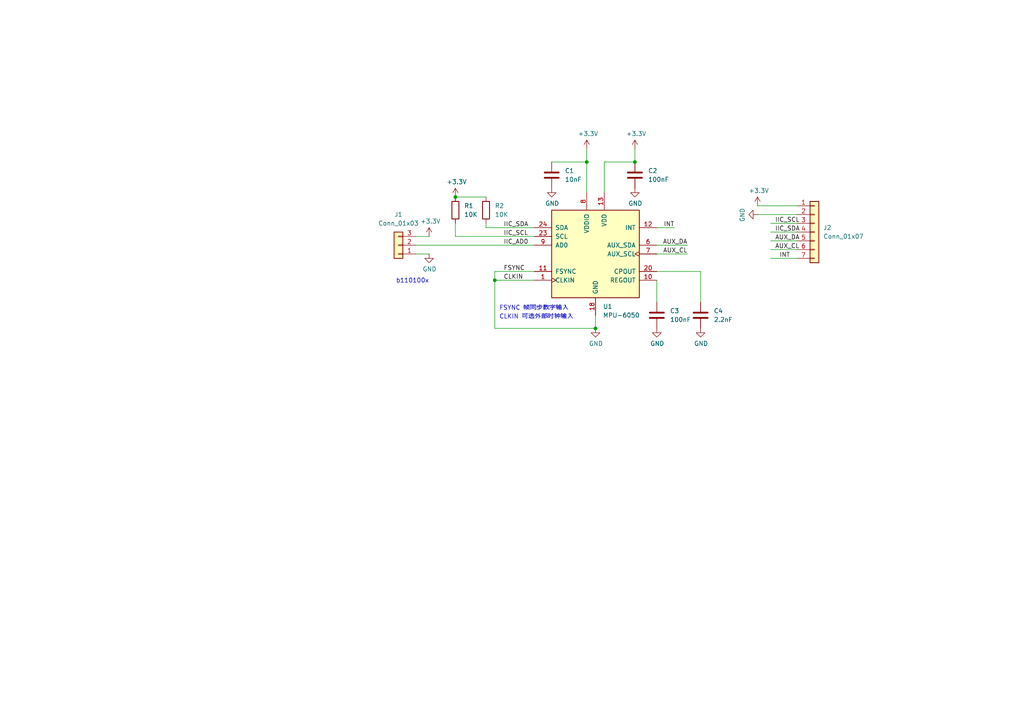
<source format=kicad_sch>
(kicad_sch
	(version 20250114)
	(generator "eeschema")
	(generator_version "9.0")
	(uuid "2df63883-4c1b-42e6-b3e7-ae745b4f00b6")
	(paper "A4")
	(lib_symbols
		(symbol "Connector_Generic:Conn_01x03"
			(pin_names
				(offset 1.016)
				(hide yes)
			)
			(exclude_from_sim no)
			(in_bom yes)
			(on_board yes)
			(property "Reference" "J"
				(at 0 5.08 0)
				(effects
					(font
						(size 1.27 1.27)
					)
				)
			)
			(property "Value" "Conn_01x03"
				(at 0 -5.08 0)
				(effects
					(font
						(size 1.27 1.27)
					)
				)
			)
			(property "Footprint" ""
				(at 0 0 0)
				(effects
					(font
						(size 1.27 1.27)
					)
					(hide yes)
				)
			)
			(property "Datasheet" "~"
				(at 0 0 0)
				(effects
					(font
						(size 1.27 1.27)
					)
					(hide yes)
				)
			)
			(property "Description" "Generic connector, single row, 01x03, script generated (kicad-library-utils/schlib/autogen/connector/)"
				(at 0 0 0)
				(effects
					(font
						(size 1.27 1.27)
					)
					(hide yes)
				)
			)
			(property "ki_keywords" "connector"
				(at 0 0 0)
				(effects
					(font
						(size 1.27 1.27)
					)
					(hide yes)
				)
			)
			(property "ki_fp_filters" "Connector*:*_1x??_*"
				(at 0 0 0)
				(effects
					(font
						(size 1.27 1.27)
					)
					(hide yes)
				)
			)
			(symbol "Conn_01x03_1_1"
				(rectangle
					(start -1.27 3.81)
					(end 1.27 -3.81)
					(stroke
						(width 0.254)
						(type default)
					)
					(fill
						(type background)
					)
				)
				(rectangle
					(start -1.27 2.667)
					(end 0 2.413)
					(stroke
						(width 0.1524)
						(type default)
					)
					(fill
						(type none)
					)
				)
				(rectangle
					(start -1.27 0.127)
					(end 0 -0.127)
					(stroke
						(width 0.1524)
						(type default)
					)
					(fill
						(type none)
					)
				)
				(rectangle
					(start -1.27 -2.413)
					(end 0 -2.667)
					(stroke
						(width 0.1524)
						(type default)
					)
					(fill
						(type none)
					)
				)
				(pin passive line
					(at -5.08 2.54 0)
					(length 3.81)
					(name "Pin_1"
						(effects
							(font
								(size 1.27 1.27)
							)
						)
					)
					(number "1"
						(effects
							(font
								(size 1.27 1.27)
							)
						)
					)
				)
				(pin passive line
					(at -5.08 0 0)
					(length 3.81)
					(name "Pin_2"
						(effects
							(font
								(size 1.27 1.27)
							)
						)
					)
					(number "2"
						(effects
							(font
								(size 1.27 1.27)
							)
						)
					)
				)
				(pin passive line
					(at -5.08 -2.54 0)
					(length 3.81)
					(name "Pin_3"
						(effects
							(font
								(size 1.27 1.27)
							)
						)
					)
					(number "3"
						(effects
							(font
								(size 1.27 1.27)
							)
						)
					)
				)
			)
			(embedded_fonts no)
		)
		(symbol "Connector_Generic:Conn_01x07"
			(pin_names
				(offset 1.016)
				(hide yes)
			)
			(exclude_from_sim no)
			(in_bom yes)
			(on_board yes)
			(property "Reference" "J"
				(at 0 10.16 0)
				(effects
					(font
						(size 1.27 1.27)
					)
				)
			)
			(property "Value" "Conn_01x07"
				(at 0 -10.16 0)
				(effects
					(font
						(size 1.27 1.27)
					)
				)
			)
			(property "Footprint" ""
				(at 0 0 0)
				(effects
					(font
						(size 1.27 1.27)
					)
					(hide yes)
				)
			)
			(property "Datasheet" "~"
				(at 0 0 0)
				(effects
					(font
						(size 1.27 1.27)
					)
					(hide yes)
				)
			)
			(property "Description" "Generic connector, single row, 01x07, script generated (kicad-library-utils/schlib/autogen/connector/)"
				(at 0 0 0)
				(effects
					(font
						(size 1.27 1.27)
					)
					(hide yes)
				)
			)
			(property "ki_keywords" "connector"
				(at 0 0 0)
				(effects
					(font
						(size 1.27 1.27)
					)
					(hide yes)
				)
			)
			(property "ki_fp_filters" "Connector*:*_1x??_*"
				(at 0 0 0)
				(effects
					(font
						(size 1.27 1.27)
					)
					(hide yes)
				)
			)
			(symbol "Conn_01x07_1_1"
				(rectangle
					(start -1.27 8.89)
					(end 1.27 -8.89)
					(stroke
						(width 0.254)
						(type default)
					)
					(fill
						(type background)
					)
				)
				(rectangle
					(start -1.27 7.747)
					(end 0 7.493)
					(stroke
						(width 0.1524)
						(type default)
					)
					(fill
						(type none)
					)
				)
				(rectangle
					(start -1.27 5.207)
					(end 0 4.953)
					(stroke
						(width 0.1524)
						(type default)
					)
					(fill
						(type none)
					)
				)
				(rectangle
					(start -1.27 2.667)
					(end 0 2.413)
					(stroke
						(width 0.1524)
						(type default)
					)
					(fill
						(type none)
					)
				)
				(rectangle
					(start -1.27 0.127)
					(end 0 -0.127)
					(stroke
						(width 0.1524)
						(type default)
					)
					(fill
						(type none)
					)
				)
				(rectangle
					(start -1.27 -2.413)
					(end 0 -2.667)
					(stroke
						(width 0.1524)
						(type default)
					)
					(fill
						(type none)
					)
				)
				(rectangle
					(start -1.27 -4.953)
					(end 0 -5.207)
					(stroke
						(width 0.1524)
						(type default)
					)
					(fill
						(type none)
					)
				)
				(rectangle
					(start -1.27 -7.493)
					(end 0 -7.747)
					(stroke
						(width 0.1524)
						(type default)
					)
					(fill
						(type none)
					)
				)
				(pin passive line
					(at -5.08 7.62 0)
					(length 3.81)
					(name "Pin_1"
						(effects
							(font
								(size 1.27 1.27)
							)
						)
					)
					(number "1"
						(effects
							(font
								(size 1.27 1.27)
							)
						)
					)
				)
				(pin passive line
					(at -5.08 5.08 0)
					(length 3.81)
					(name "Pin_2"
						(effects
							(font
								(size 1.27 1.27)
							)
						)
					)
					(number "2"
						(effects
							(font
								(size 1.27 1.27)
							)
						)
					)
				)
				(pin passive line
					(at -5.08 2.54 0)
					(length 3.81)
					(name "Pin_3"
						(effects
							(font
								(size 1.27 1.27)
							)
						)
					)
					(number "3"
						(effects
							(font
								(size 1.27 1.27)
							)
						)
					)
				)
				(pin passive line
					(at -5.08 0 0)
					(length 3.81)
					(name "Pin_4"
						(effects
							(font
								(size 1.27 1.27)
							)
						)
					)
					(number "4"
						(effects
							(font
								(size 1.27 1.27)
							)
						)
					)
				)
				(pin passive line
					(at -5.08 -2.54 0)
					(length 3.81)
					(name "Pin_5"
						(effects
							(font
								(size 1.27 1.27)
							)
						)
					)
					(number "5"
						(effects
							(font
								(size 1.27 1.27)
							)
						)
					)
				)
				(pin passive line
					(at -5.08 -5.08 0)
					(length 3.81)
					(name "Pin_6"
						(effects
							(font
								(size 1.27 1.27)
							)
						)
					)
					(number "6"
						(effects
							(font
								(size 1.27 1.27)
							)
						)
					)
				)
				(pin passive line
					(at -5.08 -7.62 0)
					(length 3.81)
					(name "Pin_7"
						(effects
							(font
								(size 1.27 1.27)
							)
						)
					)
					(number "7"
						(effects
							(font
								(size 1.27 1.27)
							)
						)
					)
				)
			)
			(embedded_fonts no)
		)
		(symbol "Library:MPU-6050"
			(pin_names
				(offset 1.016)
			)
			(exclude_from_sim no)
			(in_bom yes)
			(on_board yes)
			(property "Reference" "U"
				(at -11.43 13.97 0)
				(effects
					(font
						(size 1.27 1.27)
					)
				)
			)
			(property "Value" "MPU-6050"
				(at 7.62 -13.97 0)
				(effects
					(font
						(size 1.27 1.27)
					)
				)
			)
			(property "Footprint" "Package_DFN_QFN:QFN-24-1EP_4x4mm_P0.5mm_EP2.7x2.7mm_ThermalVias"
				(at 0 -20.32 0)
				(effects
					(font
						(size 1.27 1.27)
					)
					(hide yes)
				)
			)
			(property "Datasheet" "https://www.jlc-smt.com/lcsc/detail?componentCode=C24112"
				(at 0 -3.81 0)
				(effects
					(font
						(size 1.27 1.27)
					)
					(hide yes)
				)
			)
			(property "Description" "姿态传感器/陀螺仪"
				(at 0 0 0)
				(effects
					(font
						(size 1.27 1.27)
					)
					(hide yes)
				)
			)
			(property "ki_fp_filters" "QFN-24*4x4mm_Pitch0.5mm*"
				(at 0 0 0)
				(effects
					(font
						(size 1.27 1.27)
					)
					(hide yes)
				)
			)
			(symbol "MPU-6050_0_1"
				(rectangle
					(start -12.7 12.7)
					(end 12.7 -12.7)
					(stroke
						(width 0.254)
						(type solid)
					)
					(fill
						(type background)
					)
				)
			)
			(symbol "MPU-6050_1_1"
				(pin bidirectional line
					(at -17.78 7.62 0)
					(length 5.08)
					(name "SDA"
						(effects
							(font
								(size 1.27 1.27)
							)
						)
					)
					(number "24"
						(effects
							(font
								(size 1.27 1.27)
							)
						)
					)
				)
				(pin input line
					(at -17.78 5.08 0)
					(length 5.08)
					(name "SCL"
						(effects
							(font
								(size 1.27 1.27)
							)
						)
					)
					(number "23"
						(effects
							(font
								(size 1.27 1.27)
							)
						)
					)
				)
				(pin input line
					(at -17.78 2.54 0)
					(length 5.08)
					(name "AD0"
						(effects
							(font
								(size 1.27 1.27)
							)
						)
					)
					(number "9"
						(effects
							(font
								(size 1.27 1.27)
							)
						)
					)
				)
				(pin input line
					(at -17.78 -5.08 0)
					(length 5.08)
					(name "FSYNC"
						(effects
							(font
								(size 1.27 1.27)
							)
						)
					)
					(number "11"
						(effects
							(font
								(size 1.27 1.27)
							)
						)
					)
				)
				(pin input clock
					(at -17.78 -7.62 0)
					(length 5.08)
					(name "CLKIN"
						(effects
							(font
								(size 1.27 1.27)
							)
						)
					)
					(number "1"
						(effects
							(font
								(size 1.27 1.27)
							)
						)
					)
				)
				(pin no_connect line
					(at -3.81 0 90)
					(length 5.08)
					(hide yes)
					(name "NC"
						(effects
							(font
								(size 1.27 1.27)
							)
						)
					)
					(number "14"
						(effects
							(font
								(size 1.27 1.27)
							)
						)
					)
				)
				(pin no_connect line
					(at -3.81 0 90)
					(length 5.08)
					(hide yes)
					(name "NC"
						(effects
							(font
								(size 1.27 1.27)
							)
						)
					)
					(number "15"
						(effects
							(font
								(size 1.27 1.27)
							)
						)
					)
				)
				(pin no_connect line
					(at -3.81 0 90)
					(length 5.08)
					(hide yes)
					(name "NC"
						(effects
							(font
								(size 1.27 1.27)
							)
						)
					)
					(number "16"
						(effects
							(font
								(size 1.27 1.27)
							)
						)
					)
				)
				(pin no_connect line
					(at -3.81 0 90)
					(length 5.08)
					(hide yes)
					(name "NC"
						(effects
							(font
								(size 1.27 1.27)
							)
						)
					)
					(number "17"
						(effects
							(font
								(size 1.27 1.27)
							)
						)
					)
				)
				(pin no_connect line
					(at -3.81 0 90)
					(length 5.08)
					(hide yes)
					(name "NC"
						(effects
							(font
								(size 1.27 1.27)
							)
						)
					)
					(number "2"
						(effects
							(font
								(size 1.27 1.27)
							)
						)
					)
				)
				(pin no_connect line
					(at -3.81 0 90)
					(length 5.08)
					(hide yes)
					(name "NC"
						(effects
							(font
								(size 1.27 1.27)
							)
						)
					)
					(number "3"
						(effects
							(font
								(size 1.27 1.27)
							)
						)
					)
				)
				(pin no_connect line
					(at -3.81 0 90)
					(length 5.08)
					(hide yes)
					(name "NC"
						(effects
							(font
								(size 1.27 1.27)
							)
						)
					)
					(number "4"
						(effects
							(font
								(size 1.27 1.27)
							)
						)
					)
				)
				(pin no_connect line
					(at -3.81 0 90)
					(length 5.08)
					(hide yes)
					(name "NC"
						(effects
							(font
								(size 1.27 1.27)
							)
						)
					)
					(number "5"
						(effects
							(font
								(size 1.27 1.27)
							)
						)
					)
				)
				(pin passive line
					(at -2.54 17.78 270)
					(length 5.08)
					(name "VDDIO"
						(effects
							(font
								(size 1.27 1.27)
							)
						)
					)
					(number "8"
						(effects
							(font
								(size 1.27 1.27)
							)
						)
					)
				)
				(pin no_connect line
					(at -1.27 0 90)
					(length 5.08)
					(hide yes)
					(name "RESV"
						(effects
							(font
								(size 1.27 1.27)
							)
						)
					)
					(number "19"
						(effects
							(font
								(size 1.27 1.27)
							)
						)
					)
				)
				(pin no_connect line
					(at -1.27 0 90)
					(length 5.08)
					(hide yes)
					(name "RESV"
						(effects
							(font
								(size 1.27 1.27)
							)
						)
					)
					(number "21"
						(effects
							(font
								(size 1.27 1.27)
							)
						)
					)
				)
				(pin no_connect line
					(at -1.27 0 90)
					(length 5.08)
					(hide yes)
					(name "RESV"
						(effects
							(font
								(size 1.27 1.27)
							)
						)
					)
					(number "22"
						(effects
							(font
								(size 1.27 1.27)
							)
						)
					)
				)
				(pin power_in line
					(at 0 -17.78 90)
					(length 5.08)
					(name "GND"
						(effects
							(font
								(size 1.27 1.27)
							)
						)
					)
					(number "18"
						(effects
							(font
								(size 1.27 1.27)
							)
						)
					)
				)
				(pin power_in line
					(at 0 -17.78 90)
					(length 5.08)
					(hide yes)
					(name "GND"
						(effects
							(font
								(size 1.27 1.27)
							)
						)
					)
					(number "25"
						(effects
							(font
								(size 1.27 1.27)
							)
						)
					)
				)
				(pin power_in line
					(at 2.54 17.78 270)
					(length 5.08)
					(name "VDD"
						(effects
							(font
								(size 1.27 1.27)
							)
						)
					)
					(number "13"
						(effects
							(font
								(size 1.27 1.27)
							)
						)
					)
				)
				(pin output line
					(at 17.78 7.62 180)
					(length 5.08)
					(name "INT"
						(effects
							(font
								(size 1.27 1.27)
							)
						)
					)
					(number "12"
						(effects
							(font
								(size 1.27 1.27)
							)
						)
					)
				)
				(pin bidirectional line
					(at 17.78 2.54 180)
					(length 5.08)
					(name "AUX_SDA"
						(effects
							(font
								(size 1.27 1.27)
							)
						)
					)
					(number "6"
						(effects
							(font
								(size 1.27 1.27)
							)
						)
					)
				)
				(pin output clock
					(at 17.78 0 180)
					(length 5.08)
					(name "AUX_SCL"
						(effects
							(font
								(size 1.27 1.27)
							)
						)
					)
					(number "7"
						(effects
							(font
								(size 1.27 1.27)
							)
						)
					)
				)
				(pin passive line
					(at 17.78 -5.08 180)
					(length 5.08)
					(name "CPOUT"
						(effects
							(font
								(size 1.27 1.27)
							)
						)
					)
					(number "20"
						(effects
							(font
								(size 1.27 1.27)
							)
						)
					)
				)
				(pin passive line
					(at 17.78 -7.62 180)
					(length 5.08)
					(name "REGOUT"
						(effects
							(font
								(size 1.27 1.27)
							)
						)
					)
					(number "10"
						(effects
							(font
								(size 1.27 1.27)
							)
						)
					)
				)
			)
			(embedded_fonts no)
		)
		(symbol "PCM_Capacitor_AKL:C_1206"
			(pin_numbers
				(hide yes)
			)
			(pin_names
				(offset 0.254)
			)
			(exclude_from_sim no)
			(in_bom yes)
			(on_board yes)
			(property "Reference" "C"
				(at 0.635 2.54 0)
				(effects
					(font
						(size 1.27 1.27)
					)
					(justify left)
				)
			)
			(property "Value" "C_1206"
				(at 0.635 -2.54 0)
				(effects
					(font
						(size 1.27 1.27)
					)
					(justify left)
				)
			)
			(property "Footprint" "PCM_Capacitor_SMD_AKL:C_1206_3216Metric"
				(at 0.9652 -3.81 0)
				(effects
					(font
						(size 1.27 1.27)
					)
					(hide yes)
				)
			)
			(property "Datasheet" "~"
				(at 0 0 0)
				(effects
					(font
						(size 1.27 1.27)
					)
					(hide yes)
				)
			)
			(property "Description" "SMD 1206 MLCC capacitor, Alternate KiCad Library"
				(at 0 0 0)
				(effects
					(font
						(size 1.27 1.27)
					)
					(hide yes)
				)
			)
			(property "ki_keywords" "cap capacitor ceramic chip mlcc smd 1206"
				(at 0 0 0)
				(effects
					(font
						(size 1.27 1.27)
					)
					(hide yes)
				)
			)
			(property "ki_fp_filters" "C_*"
				(at 0 0 0)
				(effects
					(font
						(size 1.27 1.27)
					)
					(hide yes)
				)
			)
			(symbol "C_1206_0_1"
				(polyline
					(pts
						(xy -2.032 0.762) (xy 2.032 0.762)
					)
					(stroke
						(width 0.508)
						(type default)
					)
					(fill
						(type none)
					)
				)
				(polyline
					(pts
						(xy -2.032 -0.762) (xy 2.032 -0.762)
					)
					(stroke
						(width 0.508)
						(type default)
					)
					(fill
						(type none)
					)
				)
			)
			(symbol "C_1206_0_2"
				(polyline
					(pts
						(xy -2.54 -2.54) (xy -0.381 -0.381)
					)
					(stroke
						(width 0)
						(type default)
					)
					(fill
						(type none)
					)
				)
				(polyline
					(pts
						(xy -0.508 -0.508) (xy -1.651 0.635)
					)
					(stroke
						(width 0.508)
						(type default)
					)
					(fill
						(type none)
					)
				)
				(polyline
					(pts
						(xy -0.508 -0.508) (xy 0.635 -1.651)
					)
					(stroke
						(width 0.508)
						(type default)
					)
					(fill
						(type none)
					)
				)
				(polyline
					(pts
						(xy 0.381 0.381) (xy 2.54 2.54)
					)
					(stroke
						(width 0)
						(type default)
					)
					(fill
						(type none)
					)
				)
				(polyline
					(pts
						(xy 0.508 0.508) (xy -0.635 1.651)
					)
					(stroke
						(width 0.508)
						(type default)
					)
					(fill
						(type none)
					)
				)
				(polyline
					(pts
						(xy 0.508 0.508) (xy 1.651 -0.635)
					)
					(stroke
						(width 0.508)
						(type default)
					)
					(fill
						(type none)
					)
				)
			)
			(symbol "C_1206_1_1"
				(pin passive line
					(at 0 3.81 270)
					(length 2.794)
					(name "~"
						(effects
							(font
								(size 1.27 1.27)
							)
						)
					)
					(number "1"
						(effects
							(font
								(size 1.27 1.27)
							)
						)
					)
				)
				(pin passive line
					(at 0 -3.81 90)
					(length 2.794)
					(name "~"
						(effects
							(font
								(size 1.27 1.27)
							)
						)
					)
					(number "2"
						(effects
							(font
								(size 1.27 1.27)
							)
						)
					)
				)
			)
			(symbol "C_1206_1_2"
				(pin passive line
					(at -2.54 -2.54 90)
					(length 0)
					(name "~"
						(effects
							(font
								(size 1.27 1.27)
							)
						)
					)
					(number "2"
						(effects
							(font
								(size 1.27 1.27)
							)
						)
					)
				)
				(pin passive line
					(at 2.54 2.54 270)
					(length 0)
					(name "~"
						(effects
							(font
								(size 1.27 1.27)
							)
						)
					)
					(number "1"
						(effects
							(font
								(size 1.27 1.27)
							)
						)
					)
				)
			)
			(embedded_fonts no)
		)
		(symbol "PCM_Resistor_AKL:R_1206"
			(pin_numbers
				(hide yes)
			)
			(pin_names
				(offset 0)
			)
			(exclude_from_sim no)
			(in_bom yes)
			(on_board yes)
			(property "Reference" "R"
				(at 2.54 1.27 0)
				(effects
					(font
						(size 1.27 1.27)
					)
					(justify left)
				)
			)
			(property "Value" "R_1206"
				(at 2.54 -1.27 0)
				(effects
					(font
						(size 1.27 1.27)
					)
					(justify left)
				)
			)
			(property "Footprint" "PCM_Resistor_SMD_AKL:R_1206_3216Metric"
				(at 0 -11.43 0)
				(effects
					(font
						(size 1.27 1.27)
					)
					(hide yes)
				)
			)
			(property "Datasheet" "~"
				(at 0 0 0)
				(effects
					(font
						(size 1.27 1.27)
					)
					(hide yes)
				)
			)
			(property "Description" "SMD 1206 Chip Resistor, European Symbol, Alternate KiCad Library"
				(at 0 0 0)
				(effects
					(font
						(size 1.27 1.27)
					)
					(hide yes)
				)
			)
			(property "ki_keywords" "R res resistor eu  smd 1206"
				(at 0 0 0)
				(effects
					(font
						(size 1.27 1.27)
					)
					(hide yes)
				)
			)
			(property "ki_fp_filters" "R_*"
				(at 0 0 0)
				(effects
					(font
						(size 1.27 1.27)
					)
					(hide yes)
				)
			)
			(symbol "R_1206_0_1"
				(rectangle
					(start -1.016 2.54)
					(end 1.016 -2.54)
					(stroke
						(width 0.254)
						(type default)
					)
					(fill
						(type none)
					)
				)
			)
			(symbol "R_1206_0_2"
				(polyline
					(pts
						(xy -2.54 -2.54) (xy -1.524 -1.524)
					)
					(stroke
						(width 0)
						(type default)
					)
					(fill
						(type none)
					)
				)
				(polyline
					(pts
						(xy 1.524 1.524) (xy 2.54 2.54)
					)
					(stroke
						(width 0)
						(type default)
					)
					(fill
						(type none)
					)
				)
				(polyline
					(pts
						(xy 1.524 1.524) (xy 0.889 2.159) (xy -2.159 -0.889) (xy -0.889 -2.159) (xy 2.159 0.889) (xy 1.524 1.524)
					)
					(stroke
						(width 0.254)
						(type default)
					)
					(fill
						(type none)
					)
				)
			)
			(symbol "R_1206_1_1"
				(pin passive line
					(at 0 3.81 270)
					(length 1.27)
					(name "~"
						(effects
							(font
								(size 1.27 1.27)
							)
						)
					)
					(number "1"
						(effects
							(font
								(size 1.27 1.27)
							)
						)
					)
				)
				(pin passive line
					(at 0 -3.81 90)
					(length 1.27)
					(name "~"
						(effects
							(font
								(size 1.27 1.27)
							)
						)
					)
					(number "2"
						(effects
							(font
								(size 1.27 1.27)
							)
						)
					)
				)
			)
			(symbol "R_1206_1_2"
				(pin passive line
					(at -2.54 -2.54 0)
					(length 0)
					(name ""
						(effects
							(font
								(size 1.27 1.27)
							)
						)
					)
					(number "2"
						(effects
							(font
								(size 1.27 1.27)
							)
						)
					)
				)
				(pin passive line
					(at 2.54 2.54 180)
					(length 0)
					(name ""
						(effects
							(font
								(size 1.27 1.27)
							)
						)
					)
					(number "1"
						(effects
							(font
								(size 1.27 1.27)
							)
						)
					)
				)
			)
			(embedded_fonts no)
		)
		(symbol "power:+3.3V"
			(power)
			(pin_numbers
				(hide yes)
			)
			(pin_names
				(offset 0)
				(hide yes)
			)
			(exclude_from_sim no)
			(in_bom yes)
			(on_board yes)
			(property "Reference" "#PWR"
				(at 0 -3.81 0)
				(effects
					(font
						(size 1.27 1.27)
					)
					(hide yes)
				)
			)
			(property "Value" "+3.3V"
				(at 0 3.556 0)
				(effects
					(font
						(size 1.27 1.27)
					)
				)
			)
			(property "Footprint" ""
				(at 0 0 0)
				(effects
					(font
						(size 1.27 1.27)
					)
					(hide yes)
				)
			)
			(property "Datasheet" ""
				(at 0 0 0)
				(effects
					(font
						(size 1.27 1.27)
					)
					(hide yes)
				)
			)
			(property "Description" "Power symbol creates a global label with name \"+3.3V\""
				(at 0 0 0)
				(effects
					(font
						(size 1.27 1.27)
					)
					(hide yes)
				)
			)
			(property "ki_keywords" "global power"
				(at 0 0 0)
				(effects
					(font
						(size 1.27 1.27)
					)
					(hide yes)
				)
			)
			(symbol "+3.3V_0_1"
				(polyline
					(pts
						(xy -0.762 1.27) (xy 0 2.54)
					)
					(stroke
						(width 0)
						(type default)
					)
					(fill
						(type none)
					)
				)
				(polyline
					(pts
						(xy 0 2.54) (xy 0.762 1.27)
					)
					(stroke
						(width 0)
						(type default)
					)
					(fill
						(type none)
					)
				)
				(polyline
					(pts
						(xy 0 0) (xy 0 2.54)
					)
					(stroke
						(width 0)
						(type default)
					)
					(fill
						(type none)
					)
				)
			)
			(symbol "+3.3V_1_1"
				(pin power_in line
					(at 0 0 90)
					(length 0)
					(name "~"
						(effects
							(font
								(size 1.27 1.27)
							)
						)
					)
					(number "1"
						(effects
							(font
								(size 1.27 1.27)
							)
						)
					)
				)
			)
			(embedded_fonts no)
		)
		(symbol "power:GND"
			(power)
			(pin_numbers
				(hide yes)
			)
			(pin_names
				(offset 0)
				(hide yes)
			)
			(exclude_from_sim no)
			(in_bom yes)
			(on_board yes)
			(property "Reference" "#PWR"
				(at 0 -6.35 0)
				(effects
					(font
						(size 1.27 1.27)
					)
					(hide yes)
				)
			)
			(property "Value" "GND"
				(at 0 -3.81 0)
				(effects
					(font
						(size 1.27 1.27)
					)
				)
			)
			(property "Footprint" ""
				(at 0 0 0)
				(effects
					(font
						(size 1.27 1.27)
					)
					(hide yes)
				)
			)
			(property "Datasheet" ""
				(at 0 0 0)
				(effects
					(font
						(size 1.27 1.27)
					)
					(hide yes)
				)
			)
			(property "Description" "Power symbol creates a global label with name \"GND\" , ground"
				(at 0 0 0)
				(effects
					(font
						(size 1.27 1.27)
					)
					(hide yes)
				)
			)
			(property "ki_keywords" "global power"
				(at 0 0 0)
				(effects
					(font
						(size 1.27 1.27)
					)
					(hide yes)
				)
			)
			(symbol "GND_0_1"
				(polyline
					(pts
						(xy 0 0) (xy 0 -1.27) (xy 1.27 -1.27) (xy 0 -2.54) (xy -1.27 -1.27) (xy 0 -1.27)
					)
					(stroke
						(width 0)
						(type default)
					)
					(fill
						(type none)
					)
				)
			)
			(symbol "GND_1_1"
				(pin power_in line
					(at 0 0 270)
					(length 0)
					(name "~"
						(effects
							(font
								(size 1.27 1.27)
							)
						)
					)
					(number "1"
						(effects
							(font
								(size 1.27 1.27)
							)
						)
					)
				)
			)
			(embedded_fonts no)
		)
	)
	(text "b110100x"
		(exclude_from_sim no)
		(at 119.634 81.534 0)
		(effects
			(font
				(size 1.27 1.27)
			)
		)
		(uuid "1c8a39e4-41ee-4a8d-bae5-e8cb24d2d9e6")
	)
	(text "CLKIN 可选外部时钟输入"
		(exclude_from_sim no)
		(at 144.78 92.71 0)
		(effects
			(font
				(size 1.27 1.27)
			)
			(justify left bottom)
		)
		(uuid "9f86657f-7ca1-43e7-b7e4-3d33c2d7f823")
	)
	(text "FSYNC 帧同步数字输入"
		(exclude_from_sim no)
		(at 144.78 90.17 0)
		(effects
			(font
				(size 1.27 1.27)
			)
			(justify left bottom)
		)
		(uuid "c0d0e1d3-6a76-4077-a213-c8c661c20729")
	)
	(junction
		(at 170.18 46.99)
		(diameter 0)
		(color 0 0 0 0)
		(uuid "1b1034c4-4280-471f-8a1f-7937e6303010")
	)
	(junction
		(at 143.51 81.28)
		(diameter 0)
		(color 0 0 0 0)
		(uuid "bdc7a905-1852-4e2d-9228-1ab2ae220454")
	)
	(junction
		(at 172.72 95.25)
		(diameter 0)
		(color 0 0 0 0)
		(uuid "d4267ea0-5b7c-4aac-beb4-fb84f2ca7af7")
	)
	(junction
		(at 184.15 46.99)
		(diameter 0)
		(color 0 0 0 0)
		(uuid "da91e387-c6db-4eda-8085-949c6e8b5a4d")
	)
	(junction
		(at 132.08 57.15)
		(diameter 0)
		(color 0 0 0 0)
		(uuid "f0d40b0b-d987-47ee-9cac-97ad71dea86a")
	)
	(wire
		(pts
			(xy 143.51 78.74) (xy 154.94 78.74)
		)
		(stroke
			(width 0)
			(type default)
		)
		(uuid "05784518-6ad8-4abc-8fec-737e2a2441ff")
	)
	(wire
		(pts
			(xy 175.26 55.88) (xy 175.26 46.99)
		)
		(stroke
			(width 0)
			(type default)
		)
		(uuid "0693cd45-4c58-4ee3-a333-144c43c36208")
	)
	(wire
		(pts
			(xy 190.5 78.74) (xy 203.2 78.74)
		)
		(stroke
			(width 0)
			(type default)
		)
		(uuid "070a83cc-6e86-458a-8a9c-b916793c86f4")
	)
	(wire
		(pts
			(xy 223.52 74.93) (xy 231.14 74.93)
		)
		(stroke
			(width 0)
			(type default)
		)
		(uuid "0a84808d-5eca-44ff-99b5-7c54a5934932")
	)
	(wire
		(pts
			(xy 190.5 73.66) (xy 199.39 73.66)
		)
		(stroke
			(width 0)
			(type default)
		)
		(uuid "0eb41f46-97d7-4adb-961d-6db8758f1fd7")
	)
	(wire
		(pts
			(xy 172.72 91.44) (xy 172.72 95.25)
		)
		(stroke
			(width 0)
			(type default)
		)
		(uuid "1a0cb6f8-c7e1-42b1-b86d-897665c341b1")
	)
	(wire
		(pts
			(xy 223.52 67.31) (xy 231.14 67.31)
		)
		(stroke
			(width 0)
			(type default)
		)
		(uuid "1cd22d58-3fe8-4428-89b7-aab452303876")
	)
	(wire
		(pts
			(xy 190.5 71.12) (xy 199.39 71.12)
		)
		(stroke
			(width 0)
			(type default)
		)
		(uuid "1d8cc4a4-3e16-4074-843a-e899db5c8ea7")
	)
	(wire
		(pts
			(xy 184.15 43.18) (xy 184.15 46.99)
		)
		(stroke
			(width 0)
			(type default)
		)
		(uuid "1e950c3e-5c7b-4781-bb00-cad1bed50b81")
	)
	(wire
		(pts
			(xy 132.08 68.58) (xy 154.94 68.58)
		)
		(stroke
			(width 0)
			(type default)
		)
		(uuid "4ee3aa61-3e11-45ad-9e1c-65870f4fdb34")
	)
	(wire
		(pts
			(xy 190.5 66.04) (xy 195.58 66.04)
		)
		(stroke
			(width 0)
			(type default)
		)
		(uuid "4f43e00c-c8d3-441d-9ca6-f467c235fd9e")
	)
	(wire
		(pts
			(xy 143.51 81.28) (xy 154.94 81.28)
		)
		(stroke
			(width 0)
			(type default)
		)
		(uuid "544287ed-bbd0-4f92-a21b-a4e55b529a98")
	)
	(wire
		(pts
			(xy 143.51 78.74) (xy 143.51 81.28)
		)
		(stroke
			(width 0)
			(type default)
		)
		(uuid "5d71a88a-47fe-4d97-af01-17bdc09d2276")
	)
	(wire
		(pts
			(xy 120.65 68.58) (xy 124.46 68.58)
		)
		(stroke
			(width 0)
			(type default)
		)
		(uuid "72996ce9-d669-42a7-8298-54c3cd672e3b")
	)
	(wire
		(pts
			(xy 223.52 64.77) (xy 231.14 64.77)
		)
		(stroke
			(width 0)
			(type default)
		)
		(uuid "741b1ba5-3b46-4d3e-b9a7-8c521c70507d")
	)
	(wire
		(pts
			(xy 170.18 43.18) (xy 170.18 46.99)
		)
		(stroke
			(width 0)
			(type default)
		)
		(uuid "76ee8c41-b4d2-4ac9-bec5-05036f75b08f")
	)
	(wire
		(pts
			(xy 120.65 71.12) (xy 154.94 71.12)
		)
		(stroke
			(width 0)
			(type default)
		)
		(uuid "77f1be2f-0cc2-449f-95ff-1587b77a4702")
	)
	(wire
		(pts
			(xy 190.5 87.63) (xy 190.5 81.28)
		)
		(stroke
			(width 0)
			(type default)
		)
		(uuid "85c803bf-88c2-4ea2-93fe-cb16a4cd3394")
	)
	(wire
		(pts
			(xy 140.97 66.04) (xy 154.94 66.04)
		)
		(stroke
			(width 0)
			(type default)
		)
		(uuid "866a1917-5900-46a8-afec-b11550c14b05")
	)
	(wire
		(pts
			(xy 203.2 78.74) (xy 203.2 87.63)
		)
		(stroke
			(width 0)
			(type default)
		)
		(uuid "8a718b4f-49cd-4dcb-9869-f2fe1fadcdf8")
	)
	(wire
		(pts
			(xy 160.02 46.99) (xy 170.18 46.99)
		)
		(stroke
			(width 0)
			(type default)
		)
		(uuid "92680c2f-6853-46a2-a93f-3d5f18e4fe32")
	)
	(wire
		(pts
			(xy 223.52 72.39) (xy 231.14 72.39)
		)
		(stroke
			(width 0)
			(type default)
		)
		(uuid "b5521bc4-20c0-46c4-af89-62f5d40f9ad1")
	)
	(wire
		(pts
			(xy 219.71 62.23) (xy 231.14 62.23)
		)
		(stroke
			(width 0)
			(type default)
		)
		(uuid "b721f9a1-7df4-404e-97d2-bf7b3c290ff0")
	)
	(wire
		(pts
			(xy 175.26 46.99) (xy 184.15 46.99)
		)
		(stroke
			(width 0)
			(type default)
		)
		(uuid "c0364df7-f3af-47f6-9c43-dc474f7ea703")
	)
	(wire
		(pts
			(xy 170.18 46.99) (xy 170.18 55.88)
		)
		(stroke
			(width 0)
			(type default)
		)
		(uuid "c406f85d-ee29-4be4-a6e0-ebdd7b9f5e25")
	)
	(wire
		(pts
			(xy 120.65 73.66) (xy 124.46 73.66)
		)
		(stroke
			(width 0)
			(type default)
		)
		(uuid "c7f8eac9-f26c-4523-8fb1-52ef6cc08dfb")
	)
	(wire
		(pts
			(xy 143.51 81.28) (xy 143.51 95.25)
		)
		(stroke
			(width 0)
			(type default)
		)
		(uuid "c8c3eac4-89c8-45a7-b39f-8239274e7edd")
	)
	(wire
		(pts
			(xy 132.08 68.58) (xy 132.08 64.77)
		)
		(stroke
			(width 0)
			(type default)
		)
		(uuid "d51cd913-f04f-4284-8c86-b822321bb208")
	)
	(wire
		(pts
			(xy 132.08 57.15) (xy 140.97 57.15)
		)
		(stroke
			(width 0)
			(type default)
		)
		(uuid "d6ab8484-4053-4a17-87b3-8aea488f5040")
	)
	(wire
		(pts
			(xy 140.97 64.77) (xy 140.97 66.04)
		)
		(stroke
			(width 0)
			(type default)
		)
		(uuid "d8b06787-82cb-433d-9969-0b50c40e7611")
	)
	(wire
		(pts
			(xy 143.51 95.25) (xy 172.72 95.25)
		)
		(stroke
			(width 0)
			(type default)
		)
		(uuid "d8f579d1-2aa3-40d4-b22a-b8a6893d7aff")
	)
	(wire
		(pts
			(xy 219.71 59.69) (xy 231.14 59.69)
		)
		(stroke
			(width 0)
			(type default)
		)
		(uuid "fa5e0106-6df3-4c23-89b5-ea37309c369f")
	)
	(wire
		(pts
			(xy 223.52 69.85) (xy 231.14 69.85)
		)
		(stroke
			(width 0)
			(type default)
		)
		(uuid "fed27800-4920-4f3d-938c-56c3b04f7a36")
	)
	(label "CLKIN"
		(at 146.05 81.28 0)
		(effects
			(font
				(size 1.27 1.27)
			)
			(justify left bottom)
		)
		(uuid "027158d9-83d3-4963-8dfb-7c62016a8778")
	)
	(label "INT"
		(at 226.06 74.93 0)
		(effects
			(font
				(size 1.27 1.27)
			)
			(justify left bottom)
		)
		(uuid "17635617-afa7-4536-90b1-18106e5c922a")
	)
	(label "IIC_SDA"
		(at 224.79 67.31 0)
		(effects
			(font
				(size 1.27 1.27)
			)
			(justify left bottom)
		)
		(uuid "1df86bd1-df5a-407f-9a1f-acfe952018a7")
	)
	(label "IIC_SDA"
		(at 146.05 66.04 0)
		(effects
			(font
				(size 1.27 1.27)
			)
			(justify left bottom)
		)
		(uuid "3ac94c92-eb44-4b8e-9f49-a39534a2290c")
	)
	(label "INT"
		(at 195.58 66.04 180)
		(effects
			(font
				(size 1.27 1.27)
			)
			(justify right bottom)
		)
		(uuid "9a12f99f-37bb-4f73-8177-975535542265")
	)
	(label "AUX_DA"
		(at 224.79 69.85 0)
		(effects
			(font
				(size 1.27 1.27)
			)
			(justify left bottom)
		)
		(uuid "9a61158e-7d4b-4a15-9f08-0debd320e7d6")
	)
	(label "AUX_CL"
		(at 199.39 73.66 180)
		(effects
			(font
				(size 1.27 1.27)
			)
			(justify right bottom)
		)
		(uuid "b99507e1-504f-406c-bdcd-26453fea108f")
	)
	(label "IIC_AD0"
		(at 146.05 71.12 0)
		(effects
			(font
				(size 1.27 1.27)
			)
			(justify left bottom)
		)
		(uuid "c6f958c7-60fd-4025-b1b2-74d570e326a9")
	)
	(label "IIC_SCL"
		(at 224.79 64.77 0)
		(effects
			(font
				(size 1.27 1.27)
			)
			(justify left bottom)
		)
		(uuid "cfa7fd4c-ec85-4846-ae44-b930c2ad57b5")
	)
	(label "AUX_DA"
		(at 199.39 71.12 180)
		(effects
			(font
				(size 1.27 1.27)
			)
			(justify right bottom)
		)
		(uuid "deddfea9-7eed-4dff-9be0-0f78d1d5a6f8")
	)
	(label "IIC_SCL"
		(at 146.05 68.58 0)
		(effects
			(font
				(size 1.27 1.27)
			)
			(justify left bottom)
		)
		(uuid "ea8e6ae6-ab02-44a3-8145-39cf5e656932")
	)
	(label "FSYNC"
		(at 146.05 78.74 0)
		(effects
			(font
				(size 1.27 1.27)
			)
			(justify left bottom)
		)
		(uuid "f01019a1-3175-470d-842e-cc2ceffd9046")
	)
	(label "AUX_CL"
		(at 224.79 72.39 0)
		(effects
			(font
				(size 1.27 1.27)
			)
			(justify left bottom)
		)
		(uuid "f3db8bfd-f707-4fe5-b870-b65d888d54fa")
	)
	(symbol
		(lib_id "power:+3.3V")
		(at 132.08 57.15 0)
		(unit 1)
		(exclude_from_sim no)
		(in_bom yes)
		(on_board yes)
		(dnp no)
		(uuid "00000000-0000-0000-0000-000061587155")
		(property "Reference" "#PWR03"
			(at 132.08 60.96 0)
			(effects
				(font
					(size 1.27 1.27)
				)
				(hide yes)
			)
		)
		(property "Value" "+3.3V"
			(at 132.461 52.7558 0)
			(effects
				(font
					(size 1.27 1.27)
				)
			)
		)
		(property "Footprint" ""
			(at 132.08 57.15 0)
			(effects
				(font
					(size 1.27 1.27)
				)
				(hide yes)
			)
		)
		(property "Datasheet" ""
			(at 132.08 57.15 0)
			(effects
				(font
					(size 1.27 1.27)
				)
				(hide yes)
			)
		)
		(property "Description" "Power symbol creates a global label with name \"+3.3V\""
			(at 132.08 57.15 0)
			(effects
				(font
					(size 1.27 1.27)
				)
				(hide yes)
			)
		)
		(pin "1"
			(uuid "691f8174-fc96-400a-a5c6-239308c27289")
		)
		(instances
			(project ""
				(path "/2df63883-4c1b-42e6-b3e7-ae745b4f00b6"
					(reference "#PWR03")
					(unit 1)
				)
			)
		)
	)
	(symbol
		(lib_id "power:+3.3V")
		(at 170.18 43.18 0)
		(unit 1)
		(exclude_from_sim no)
		(in_bom yes)
		(on_board yes)
		(dnp no)
		(uuid "00000000-0000-0000-0000-0000615973c3")
		(property "Reference" "#PWR05"
			(at 170.18 46.99 0)
			(effects
				(font
					(size 1.27 1.27)
				)
				(hide yes)
			)
		)
		(property "Value" "+3.3V"
			(at 170.561 38.7858 0)
			(effects
				(font
					(size 1.27 1.27)
				)
			)
		)
		(property "Footprint" ""
			(at 170.18 43.18 0)
			(effects
				(font
					(size 1.27 1.27)
				)
				(hide yes)
			)
		)
		(property "Datasheet" ""
			(at 170.18 43.18 0)
			(effects
				(font
					(size 1.27 1.27)
				)
				(hide yes)
			)
		)
		(property "Description" "Power symbol creates a global label with name \"+3.3V\""
			(at 170.18 43.18 0)
			(effects
				(font
					(size 1.27 1.27)
				)
				(hide yes)
			)
		)
		(pin "1"
			(uuid "133d7729-4a44-44aa-952a-f0ee8e76c43b")
		)
		(instances
			(project ""
				(path "/2df63883-4c1b-42e6-b3e7-ae745b4f00b6"
					(reference "#PWR05")
					(unit 1)
				)
			)
		)
	)
	(symbol
		(lib_id "power:GND")
		(at 172.72 95.25 0)
		(unit 1)
		(exclude_from_sim no)
		(in_bom yes)
		(on_board yes)
		(dnp no)
		(uuid "00000000-0000-0000-0000-0000615a4676")
		(property "Reference" "#PWR06"
			(at 172.72 101.6 0)
			(effects
				(font
					(size 1.27 1.27)
				)
				(hide yes)
			)
		)
		(property "Value" "GND"
			(at 172.847 99.6442 0)
			(effects
				(font
					(size 1.27 1.27)
				)
			)
		)
		(property "Footprint" ""
			(at 172.72 95.25 0)
			(effects
				(font
					(size 1.27 1.27)
				)
				(hide yes)
			)
		)
		(property "Datasheet" ""
			(at 172.72 95.25 0)
			(effects
				(font
					(size 1.27 1.27)
				)
				(hide yes)
			)
		)
		(property "Description" "Power symbol creates a global label with name \"GND\" , ground"
			(at 172.72 95.25 0)
			(effects
				(font
					(size 1.27 1.27)
				)
				(hide yes)
			)
		)
		(pin "1"
			(uuid "fb7222da-7867-41c1-a0d2-9b9c36f34eb2")
		)
		(instances
			(project ""
				(path "/2df63883-4c1b-42e6-b3e7-ae745b4f00b6"
					(reference "#PWR06")
					(unit 1)
				)
			)
		)
	)
	(symbol
		(lib_id "Connector_Generic:Conn_01x07")
		(at 236.22 67.31 0)
		(unit 1)
		(exclude_from_sim no)
		(in_bom yes)
		(on_board yes)
		(dnp no)
		(fields_autoplaced yes)
		(uuid "002abe89-c953-40d3-8743-6093a1d36da6")
		(property "Reference" "J2"
			(at 238.76 66.0399 0)
			(effects
				(font
					(size 1.27 1.27)
				)
				(justify left)
			)
		)
		(property "Value" "Conn_01x07"
			(at 238.76 68.5799 0)
			(effects
				(font
					(size 1.27 1.27)
				)
				(justify left)
			)
		)
		(property "Footprint" "Connector_PinHeader_2.54mm:PinHeader_1x07_P2.54mm_Vertical"
			(at 236.22 67.31 0)
			(effects
				(font
					(size 1.27 1.27)
				)
				(hide yes)
			)
		)
		(property "Datasheet" "~"
			(at 236.22 67.31 0)
			(effects
				(font
					(size 1.27 1.27)
				)
				(hide yes)
			)
		)
		(property "Description" "Generic connector, single row, 01x07, script generated (kicad-library-utils/schlib/autogen/connector/)"
			(at 236.22 67.31 0)
			(effects
				(font
					(size 1.27 1.27)
				)
				(hide yes)
			)
		)
		(pin "3"
			(uuid "01e25f4f-9c43-4d42-9b41-6b541b6b98d8")
		)
		(pin "1"
			(uuid "d5b1699d-584c-4c63-9d04-322e6102da1f")
		)
		(pin "2"
			(uuid "81c6bb61-62bd-4523-8937-6dd1cc7c5738")
		)
		(pin "4"
			(uuid "1a639954-b38a-40a3-a44a-64c7b27e81d4")
		)
		(pin "6"
			(uuid "d249aa82-6ef0-4aae-a796-d2627406b8c4")
		)
		(pin "5"
			(uuid "e0f4a8ff-05ca-4ba5-83ec-45ecf047d994")
		)
		(pin "7"
			(uuid "cd9fb36b-50f8-4298-a3eb-90bea783e89c")
		)
		(instances
			(project ""
				(path "/2df63883-4c1b-42e6-b3e7-ae745b4f00b6"
					(reference "J2")
					(unit 1)
				)
			)
		)
	)
	(symbol
		(lib_id "PCM_Resistor_AKL:R_1206")
		(at 132.08 60.96 0)
		(unit 1)
		(exclude_from_sim no)
		(in_bom yes)
		(on_board yes)
		(dnp no)
		(fields_autoplaced yes)
		(uuid "0cf8475a-c965-4022-b3ee-de99c2a0fa51")
		(property "Reference" "R1"
			(at 134.62 59.6899 0)
			(effects
				(font
					(size 1.27 1.27)
				)
				(justify left)
			)
		)
		(property "Value" "10K"
			(at 134.62 62.2299 0)
			(effects
				(font
					(size 1.27 1.27)
				)
				(justify left)
			)
		)
		(property "Footprint" "PCM_Resistor_SMD_AKL:R_1206_3216Metric"
			(at 132.08 72.39 0)
			(effects
				(font
					(size 1.27 1.27)
				)
				(hide yes)
			)
		)
		(property "Datasheet" "~"
			(at 132.08 60.96 0)
			(effects
				(font
					(size 1.27 1.27)
				)
				(hide yes)
			)
		)
		(property "Description" "SMD 1206 Chip Resistor, European Symbol, Alternate KiCad Library"
			(at 132.08 60.96 0)
			(effects
				(font
					(size 1.27 1.27)
				)
				(hide yes)
			)
		)
		(pin "1"
			(uuid "dd91da4a-0047-47ff-bc29-4a37475ce631")
		)
		(pin "2"
			(uuid "efb1facd-d585-4c52-85b9-12d553e96670")
		)
		(instances
			(project ""
				(path "/2df63883-4c1b-42e6-b3e7-ae745b4f00b6"
					(reference "R1")
					(unit 1)
				)
			)
		)
	)
	(symbol
		(lib_id "Library:MPU-6050")
		(at 172.72 73.66 0)
		(unit 1)
		(exclude_from_sim no)
		(in_bom yes)
		(on_board yes)
		(dnp no)
		(fields_autoplaced yes)
		(uuid "1c4adae5-5d7a-459c-a276-f2279d58774b")
		(property "Reference" "U1"
			(at 174.8633 88.9 0)
			(effects
				(font
					(size 1.27 1.27)
				)
				(justify left)
			)
		)
		(property "Value" "MPU-6050"
			(at 174.8633 91.44 0)
			(effects
				(font
					(size 1.27 1.27)
				)
				(justify left)
			)
		)
		(property "Footprint" "Package_DFN_QFN:QFN-24-1EP_4x4mm_P0.5mm_EP2.7x2.7mm_ThermalVias"
			(at 172.72 93.98 0)
			(effects
				(font
					(size 1.27 1.27)
				)
				(hide yes)
			)
		)
		(property "Datasheet" "https://www.jlc-smt.com/lcsc/detail?componentCode=C24112"
			(at 172.72 77.47 0)
			(effects
				(font
					(size 1.27 1.27)
				)
				(hide yes)
			)
		)
		(property "Description" "姿态传感器/陀螺仪"
			(at 172.72 73.66 0)
			(effects
				(font
					(size 1.27 1.27)
				)
				(hide yes)
			)
		)
		(pin "11"
			(uuid "37a77a08-3213-4e50-8116-f07be859ce0c")
		)
		(pin "18"
			(uuid "8af50b35-ffab-456a-85a4-802da1b11c82")
		)
		(pin "10"
			(uuid "47381119-5885-4908-a2a5-0e7a8ff1ffaa")
		)
		(pin "12"
			(uuid "e53d97ae-9571-4aaf-9c36-98fc3da3bef8")
		)
		(pin "16"
			(uuid "07b0a75a-c0fb-479b-b6b7-0cda87933dbf")
		)
		(pin "14"
			(uuid "205c0c11-316b-454d-9876-f4dff91382ae")
		)
		(pin "4"
			(uuid "51f269b1-2fce-4a80-b4a0-b6110f93d61a")
		)
		(pin "3"
			(uuid "584b56d9-ae9b-489b-96c5-fc4647b331f2")
		)
		(pin "13"
			(uuid "7fb6f265-39d4-4326-aacc-db19068e904b")
		)
		(pin "6"
			(uuid "a0f8ccbe-edff-4f9c-9034-c41280f2f333")
		)
		(pin "22"
			(uuid "812142d4-7493-4b67-aef9-d4d9ea0d4cc2")
		)
		(pin "5"
			(uuid "dc948593-7f58-4baa-9189-ce112b5b28a4")
		)
		(pin "1"
			(uuid "a39203d2-1303-4c43-9b38-07fd0e2028b3")
		)
		(pin "7"
			(uuid "a8da6e13-11a0-449f-84bd-8fe26c4df5d5")
		)
		(pin "19"
			(uuid "f2e48522-6e56-4867-acf7-fdf8668012c0")
		)
		(pin "25"
			(uuid "ec2af2fd-9c3b-4d23-8a43-870062e8617f")
		)
		(pin "9"
			(uuid "87a83a60-4bf5-483f-9d43-83356c3aa878")
		)
		(pin "15"
			(uuid "daa96151-5916-4b70-8350-2ae7286e0117")
		)
		(pin "17"
			(uuid "402d345d-950a-454a-878a-36f9429c9beb")
		)
		(pin "24"
			(uuid "35cf3944-bf9a-4d97-ac9c-3268adf913a8")
		)
		(pin "2"
			(uuid "8542c925-03de-45b8-9d2c-122c26d897b9")
		)
		(pin "21"
			(uuid "32f6d679-b9eb-4718-b01f-83b806872988")
		)
		(pin "23"
			(uuid "4b5cf4c6-ef29-4979-ac22-af51676add8f")
		)
		(pin "8"
			(uuid "98d0f54e-24c3-4ef3-88c9-3c7817f670d3")
		)
		(pin "20"
			(uuid "ddbb0448-28f8-409b-8900-5ea8a23a8379")
		)
		(instances
			(project ""
				(path "/2df63883-4c1b-42e6-b3e7-ae745b4f00b6"
					(reference "U1")
					(unit 1)
				)
			)
		)
	)
	(symbol
		(lib_id "power:GND")
		(at 124.46 73.66 0)
		(unit 1)
		(exclude_from_sim no)
		(in_bom yes)
		(on_board yes)
		(dnp no)
		(uuid "24816063-667f-412a-916b-8644e51c9fab")
		(property "Reference" "#PWR02"
			(at 124.46 80.01 0)
			(effects
				(font
					(size 1.27 1.27)
				)
				(hide yes)
			)
		)
		(property "Value" "GND"
			(at 124.587 78.0542 0)
			(effects
				(font
					(size 1.27 1.27)
				)
			)
		)
		(property "Footprint" ""
			(at 124.46 73.66 0)
			(effects
				(font
					(size 1.27 1.27)
				)
				(hide yes)
			)
		)
		(property "Datasheet" ""
			(at 124.46 73.66 0)
			(effects
				(font
					(size 1.27 1.27)
				)
				(hide yes)
			)
		)
		(property "Description" "Power symbol creates a global label with name \"GND\" , ground"
			(at 124.46 73.66 0)
			(effects
				(font
					(size 1.27 1.27)
				)
				(hide yes)
			)
		)
		(pin "1"
			(uuid "4ae7f7ee-f7a3-4dba-a2c1-20167a49bcb4")
		)
		(instances
			(project "MPU6050"
				(path "/2df63883-4c1b-42e6-b3e7-ae745b4f00b6"
					(reference "#PWR02")
					(unit 1)
				)
			)
		)
	)
	(symbol
		(lib_id "PCM_Capacitor_AKL:C_1206")
		(at 184.15 50.8 0)
		(unit 1)
		(exclude_from_sim no)
		(in_bom yes)
		(on_board yes)
		(dnp no)
		(fields_autoplaced yes)
		(uuid "25e48581-c79c-4238-9936-f68287aa7757")
		(property "Reference" "C2"
			(at 187.96 49.5299 0)
			(effects
				(font
					(size 1.27 1.27)
				)
				(justify left)
			)
		)
		(property "Value" "100nF"
			(at 187.96 52.0699 0)
			(effects
				(font
					(size 1.27 1.27)
				)
				(justify left)
			)
		)
		(property "Footprint" "PCM_Capacitor_SMD_AKL:C_1206_3216Metric"
			(at 185.1152 54.61 0)
			(effects
				(font
					(size 1.27 1.27)
				)
				(hide yes)
			)
		)
		(property "Datasheet" "~"
			(at 184.15 50.8 0)
			(effects
				(font
					(size 1.27 1.27)
				)
				(hide yes)
			)
		)
		(property "Description" "SMD 1206 MLCC capacitor, Alternate KiCad Library"
			(at 184.15 50.8 0)
			(effects
				(font
					(size 1.27 1.27)
				)
				(hide yes)
			)
		)
		(pin "1"
			(uuid "7bdbc079-5ba0-41a3-b81e-3d3abf4328e1")
		)
		(pin "2"
			(uuid "2692cf43-3122-444b-8cbd-0a1acac04f39")
		)
		(instances
			(project "MPU6050"
				(path "/2df63883-4c1b-42e6-b3e7-ae745b4f00b6"
					(reference "C2")
					(unit 1)
				)
			)
		)
	)
	(symbol
		(lib_id "power:+3.3V")
		(at 124.46 68.58 0)
		(unit 1)
		(exclude_from_sim no)
		(in_bom yes)
		(on_board yes)
		(dnp no)
		(uuid "387cf444-c549-4f5f-97a1-d538bcccafa4")
		(property "Reference" "#PWR01"
			(at 124.46 72.39 0)
			(effects
				(font
					(size 1.27 1.27)
				)
				(hide yes)
			)
		)
		(property "Value" "+3.3V"
			(at 124.841 64.1858 0)
			(effects
				(font
					(size 1.27 1.27)
				)
			)
		)
		(property "Footprint" ""
			(at 124.46 68.58 0)
			(effects
				(font
					(size 1.27 1.27)
				)
				(hide yes)
			)
		)
		(property "Datasheet" ""
			(at 124.46 68.58 0)
			(effects
				(font
					(size 1.27 1.27)
				)
				(hide yes)
			)
		)
		(property "Description" "Power symbol creates a global label with name \"+3.3V\""
			(at 124.46 68.58 0)
			(effects
				(font
					(size 1.27 1.27)
				)
				(hide yes)
			)
		)
		(pin "1"
			(uuid "48f42928-6c79-403f-beab-5284c121243b")
		)
		(instances
			(project "MPU6050"
				(path "/2df63883-4c1b-42e6-b3e7-ae745b4f00b6"
					(reference "#PWR01")
					(unit 1)
				)
			)
		)
	)
	(symbol
		(lib_id "power:GND")
		(at 190.5 95.25 0)
		(unit 1)
		(exclude_from_sim no)
		(in_bom yes)
		(on_board yes)
		(dnp no)
		(uuid "3f1a21c6-c063-4336-8914-18a17af975ec")
		(property "Reference" "#PWR09"
			(at 190.5 101.6 0)
			(effects
				(font
					(size 1.27 1.27)
				)
				(hide yes)
			)
		)
		(property "Value" "GND"
			(at 190.627 99.6442 0)
			(effects
				(font
					(size 1.27 1.27)
				)
			)
		)
		(property "Footprint" ""
			(at 190.5 95.25 0)
			(effects
				(font
					(size 1.27 1.27)
				)
				(hide yes)
			)
		)
		(property "Datasheet" ""
			(at 190.5 95.25 0)
			(effects
				(font
					(size 1.27 1.27)
				)
				(hide yes)
			)
		)
		(property "Description" "Power symbol creates a global label with name \"GND\" , ground"
			(at 190.5 95.25 0)
			(effects
				(font
					(size 1.27 1.27)
				)
				(hide yes)
			)
		)
		(pin "1"
			(uuid "a7e03879-bd3f-4725-aa71-1e8fd9f4f9a1")
		)
		(instances
			(project "MPU6050"
				(path "/2df63883-4c1b-42e6-b3e7-ae745b4f00b6"
					(reference "#PWR09")
					(unit 1)
				)
			)
		)
	)
	(symbol
		(lib_id "power:+3.3V")
		(at 219.71 59.69 0)
		(unit 1)
		(exclude_from_sim no)
		(in_bom yes)
		(on_board yes)
		(dnp no)
		(uuid "3f2523da-7a2d-454c-af0e-d160a07d421b")
		(property "Reference" "#PWR011"
			(at 219.71 63.5 0)
			(effects
				(font
					(size 1.27 1.27)
				)
				(hide yes)
			)
		)
		(property "Value" "+3.3V"
			(at 220.091 55.2958 0)
			(effects
				(font
					(size 1.27 1.27)
				)
			)
		)
		(property "Footprint" ""
			(at 219.71 59.69 0)
			(effects
				(font
					(size 1.27 1.27)
				)
				(hide yes)
			)
		)
		(property "Datasheet" ""
			(at 219.71 59.69 0)
			(effects
				(font
					(size 1.27 1.27)
				)
				(hide yes)
			)
		)
		(property "Description" "Power symbol creates a global label with name \"+3.3V\""
			(at 219.71 59.69 0)
			(effects
				(font
					(size 1.27 1.27)
				)
				(hide yes)
			)
		)
		(pin "1"
			(uuid "d037e87c-7020-42e1-8978-c885c5b874f9")
		)
		(instances
			(project "MPU6050"
				(path "/2df63883-4c1b-42e6-b3e7-ae745b4f00b6"
					(reference "#PWR011")
					(unit 1)
				)
			)
		)
	)
	(symbol
		(lib_id "power:GND")
		(at 160.02 54.61 0)
		(unit 1)
		(exclude_from_sim no)
		(in_bom yes)
		(on_board yes)
		(dnp no)
		(uuid "46b65698-d917-415d-9277-4318ec2f75a5")
		(property "Reference" "#PWR04"
			(at 160.02 60.96 0)
			(effects
				(font
					(size 1.27 1.27)
				)
				(hide yes)
			)
		)
		(property "Value" "GND"
			(at 160.147 59.0042 0)
			(effects
				(font
					(size 1.27 1.27)
				)
			)
		)
		(property "Footprint" ""
			(at 160.02 54.61 0)
			(effects
				(font
					(size 1.27 1.27)
				)
				(hide yes)
			)
		)
		(property "Datasheet" ""
			(at 160.02 54.61 0)
			(effects
				(font
					(size 1.27 1.27)
				)
				(hide yes)
			)
		)
		(property "Description" "Power symbol creates a global label with name \"GND\" , ground"
			(at 160.02 54.61 0)
			(effects
				(font
					(size 1.27 1.27)
				)
				(hide yes)
			)
		)
		(pin "1"
			(uuid "9b8fa402-83ea-4c0b-b85c-747800621de3")
		)
		(instances
			(project "MPU6050"
				(path "/2df63883-4c1b-42e6-b3e7-ae745b4f00b6"
					(reference "#PWR04")
					(unit 1)
				)
			)
		)
	)
	(symbol
		(lib_id "PCM_Capacitor_AKL:C_1206")
		(at 160.02 50.8 0)
		(unit 1)
		(exclude_from_sim no)
		(in_bom yes)
		(on_board yes)
		(dnp no)
		(fields_autoplaced yes)
		(uuid "6b901617-5abc-4cad-848b-8968e199e6bc")
		(property "Reference" "C1"
			(at 163.83 49.5299 0)
			(effects
				(font
					(size 1.27 1.27)
				)
				(justify left)
			)
		)
		(property "Value" "10nF"
			(at 163.83 52.0699 0)
			(effects
				(font
					(size 1.27 1.27)
				)
				(justify left)
			)
		)
		(property "Footprint" "PCM_Capacitor_SMD_AKL:C_1206_3216Metric"
			(at 160.9852 54.61 0)
			(effects
				(font
					(size 1.27 1.27)
				)
				(hide yes)
			)
		)
		(property "Datasheet" "~"
			(at 160.02 50.8 0)
			(effects
				(font
					(size 1.27 1.27)
				)
				(hide yes)
			)
		)
		(property "Description" "SMD 1206 MLCC capacitor, Alternate KiCad Library"
			(at 160.02 50.8 0)
			(effects
				(font
					(size 1.27 1.27)
				)
				(hide yes)
			)
		)
		(pin "1"
			(uuid "6f5a0c2a-1ec0-4c87-829f-fa5f7106d5bb")
		)
		(pin "2"
			(uuid "470296b2-0a0c-45ef-aded-ad9a4d5bde42")
		)
		(instances
			(project "MPU6050"
				(path "/2df63883-4c1b-42e6-b3e7-ae745b4f00b6"
					(reference "C1")
					(unit 1)
				)
			)
		)
	)
	(symbol
		(lib_id "PCM_Capacitor_AKL:C_1206")
		(at 203.2 91.44 0)
		(unit 1)
		(exclude_from_sim no)
		(in_bom yes)
		(on_board yes)
		(dnp no)
		(fields_autoplaced yes)
		(uuid "78fb4bbc-daa9-4d65-8b4d-16313ad55edb")
		(property "Reference" "C4"
			(at 207.01 90.1699 0)
			(effects
				(font
					(size 1.27 1.27)
				)
				(justify left)
			)
		)
		(property "Value" "2.2nF"
			(at 207.01 92.7099 0)
			(effects
				(font
					(size 1.27 1.27)
				)
				(justify left)
			)
		)
		(property "Footprint" "PCM_Capacitor_SMD_AKL:C_1206_3216Metric"
			(at 204.1652 95.25 0)
			(effects
				(font
					(size 1.27 1.27)
				)
				(hide yes)
			)
		)
		(property "Datasheet" "~"
			(at 203.2 91.44 0)
			(effects
				(font
					(size 1.27 1.27)
				)
				(hide yes)
			)
		)
		(property "Description" "SMD 1206 MLCC capacitor, Alternate KiCad Library"
			(at 203.2 91.44 0)
			(effects
				(font
					(size 1.27 1.27)
				)
				(hide yes)
			)
		)
		(pin "1"
			(uuid "eb814b9a-df43-4b80-8bb4-eb7d85d1540c")
		)
		(pin "2"
			(uuid "dd7d7568-4be1-4112-8c22-6cf7bfc5e2e5")
		)
		(instances
			(project "mpu6050"
				(path "/2df63883-4c1b-42e6-b3e7-ae745b4f00b6"
					(reference "C4")
					(unit 1)
				)
			)
		)
	)
	(symbol
		(lib_id "power:GND")
		(at 184.15 54.61 0)
		(unit 1)
		(exclude_from_sim no)
		(in_bom yes)
		(on_board yes)
		(dnp no)
		(uuid "9387e5ec-0352-48fa-9217-598e30cbbaab")
		(property "Reference" "#PWR08"
			(at 184.15 60.96 0)
			(effects
				(font
					(size 1.27 1.27)
				)
				(hide yes)
			)
		)
		(property "Value" "GND"
			(at 184.277 59.0042 0)
			(effects
				(font
					(size 1.27 1.27)
				)
			)
		)
		(property "Footprint" ""
			(at 184.15 54.61 0)
			(effects
				(font
					(size 1.27 1.27)
				)
				(hide yes)
			)
		)
		(property "Datasheet" ""
			(at 184.15 54.61 0)
			(effects
				(font
					(size 1.27 1.27)
				)
				(hide yes)
			)
		)
		(property "Description" "Power symbol creates a global label with name \"GND\" , ground"
			(at 184.15 54.61 0)
			(effects
				(font
					(size 1.27 1.27)
				)
				(hide yes)
			)
		)
		(pin "1"
			(uuid "2d65b53f-d635-43ab-9b0a-92fb975d09af")
		)
		(instances
			(project "MPU6050"
				(path "/2df63883-4c1b-42e6-b3e7-ae745b4f00b6"
					(reference "#PWR08")
					(unit 1)
				)
			)
		)
	)
	(symbol
		(lib_id "power:GND")
		(at 203.2 95.25 0)
		(unit 1)
		(exclude_from_sim no)
		(in_bom yes)
		(on_board yes)
		(dnp no)
		(uuid "9a04bc1b-dbe2-44d5-a064-ec929cbeeabc")
		(property "Reference" "#PWR010"
			(at 203.2 101.6 0)
			(effects
				(font
					(size 1.27 1.27)
				)
				(hide yes)
			)
		)
		(property "Value" "GND"
			(at 203.327 99.6442 0)
			(effects
				(font
					(size 1.27 1.27)
				)
			)
		)
		(property "Footprint" ""
			(at 203.2 95.25 0)
			(effects
				(font
					(size 1.27 1.27)
				)
				(hide yes)
			)
		)
		(property "Datasheet" ""
			(at 203.2 95.25 0)
			(effects
				(font
					(size 1.27 1.27)
				)
				(hide yes)
			)
		)
		(property "Description" "Power symbol creates a global label with name \"GND\" , ground"
			(at 203.2 95.25 0)
			(effects
				(font
					(size 1.27 1.27)
				)
				(hide yes)
			)
		)
		(pin "1"
			(uuid "1aeb1428-6ada-4427-b062-6e70f86ca915")
		)
		(instances
			(project "MPU6050"
				(path "/2df63883-4c1b-42e6-b3e7-ae745b4f00b6"
					(reference "#PWR010")
					(unit 1)
				)
			)
		)
	)
	(symbol
		(lib_id "power:+3.3V")
		(at 184.15 43.18 0)
		(unit 1)
		(exclude_from_sim no)
		(in_bom yes)
		(on_board yes)
		(dnp no)
		(uuid "aa3df21b-eca3-47b7-b5f7-c089f54c1cf7")
		(property "Reference" "#PWR07"
			(at 184.15 46.99 0)
			(effects
				(font
					(size 1.27 1.27)
				)
				(hide yes)
			)
		)
		(property "Value" "+3.3V"
			(at 184.531 38.7858 0)
			(effects
				(font
					(size 1.27 1.27)
				)
			)
		)
		(property "Footprint" ""
			(at 184.15 43.18 0)
			(effects
				(font
					(size 1.27 1.27)
				)
				(hide yes)
			)
		)
		(property "Datasheet" ""
			(at 184.15 43.18 0)
			(effects
				(font
					(size 1.27 1.27)
				)
				(hide yes)
			)
		)
		(property "Description" "Power symbol creates a global label with name \"+3.3V\""
			(at 184.15 43.18 0)
			(effects
				(font
					(size 1.27 1.27)
				)
				(hide yes)
			)
		)
		(pin "1"
			(uuid "d565d128-e689-4f6b-8acf-88b79f13ff02")
		)
		(instances
			(project "MPU6050"
				(path "/2df63883-4c1b-42e6-b3e7-ae745b4f00b6"
					(reference "#PWR07")
					(unit 1)
				)
			)
		)
	)
	(symbol
		(lib_id "Connector_Generic:Conn_01x03")
		(at 115.57 71.12 180)
		(unit 1)
		(exclude_from_sim no)
		(in_bom yes)
		(on_board yes)
		(dnp no)
		(fields_autoplaced yes)
		(uuid "bbd4211b-7c88-4e01-9d66-b37d83207aea")
		(property "Reference" "J1"
			(at 115.57 62.23 0)
			(effects
				(font
					(size 1.27 1.27)
				)
			)
		)
		(property "Value" "Conn_01x03"
			(at 115.57 64.77 0)
			(effects
				(font
					(size 1.27 1.27)
				)
			)
		)
		(property "Footprint" "Connector_PinHeader_2.54mm:PinHeader_1x03_P2.54mm_Vertical"
			(at 115.57 71.12 0)
			(effects
				(font
					(size 1.27 1.27)
				)
				(hide yes)
			)
		)
		(property "Datasheet" "~"
			(at 115.57 71.12 0)
			(effects
				(font
					(size 1.27 1.27)
				)
				(hide yes)
			)
		)
		(property "Description" "Generic connector, single row, 01x03, script generated (kicad-library-utils/schlib/autogen/connector/)"
			(at 115.57 71.12 0)
			(effects
				(font
					(size 1.27 1.27)
				)
				(hide yes)
			)
		)
		(pin "2"
			(uuid "1a5d7e55-c6da-4b8f-9ab8-0f4511d177cb")
		)
		(pin "1"
			(uuid "08efb693-4472-461e-b6d5-337c1d2698eb")
		)
		(pin "3"
			(uuid "75c5c91d-c223-4870-b30c-1b6ed8935073")
		)
		(instances
			(project ""
				(path "/2df63883-4c1b-42e6-b3e7-ae745b4f00b6"
					(reference "J1")
					(unit 1)
				)
			)
		)
	)
	(symbol
		(lib_id "PCM_Capacitor_AKL:C_1206")
		(at 190.5 91.44 180)
		(unit 1)
		(exclude_from_sim no)
		(in_bom yes)
		(on_board yes)
		(dnp no)
		(fields_autoplaced yes)
		(uuid "c85fa6d6-4959-4c07-9eb8-1a04c17c6921")
		(property "Reference" "C3"
			(at 194.31 90.1699 0)
			(effects
				(font
					(size 1.27 1.27)
				)
				(justify right)
			)
		)
		(property "Value" "100nF"
			(at 194.31 92.7099 0)
			(effects
				(font
					(size 1.27 1.27)
				)
				(justify right)
			)
		)
		(property "Footprint" "PCM_Capacitor_SMD_AKL:C_1206_3216Metric"
			(at 189.5348 87.63 0)
			(effects
				(font
					(size 1.27 1.27)
				)
				(hide yes)
			)
		)
		(property "Datasheet" "~"
			(at 190.5 91.44 0)
			(effects
				(font
					(size 1.27 1.27)
				)
				(hide yes)
			)
		)
		(property "Description" "SMD 1206 MLCC capacitor, Alternate KiCad Library"
			(at 190.5 91.44 0)
			(effects
				(font
					(size 1.27 1.27)
				)
				(hide yes)
			)
		)
		(pin "1"
			(uuid "59c51eef-a023-4ba1-a43a-2ce0aa4fb93a")
		)
		(pin "2"
			(uuid "a4ecd269-47d1-407f-a6db-7f492e31eefb")
		)
		(instances
			(project "mpu6050"
				(path "/2df63883-4c1b-42e6-b3e7-ae745b4f00b6"
					(reference "C3")
					(unit 1)
				)
			)
		)
	)
	(symbol
		(lib_id "power:GND")
		(at 219.71 62.23 270)
		(unit 1)
		(exclude_from_sim no)
		(in_bom yes)
		(on_board yes)
		(dnp no)
		(uuid "cf6e8818-2bf4-444a-8d02-4a869dd66ea4")
		(property "Reference" "#PWR012"
			(at 213.36 62.23 0)
			(effects
				(font
					(size 1.27 1.27)
				)
				(hide yes)
			)
		)
		(property "Value" "GND"
			(at 215.3158 62.357 0)
			(effects
				(font
					(size 1.27 1.27)
				)
			)
		)
		(property "Footprint" ""
			(at 219.71 62.23 0)
			(effects
				(font
					(size 1.27 1.27)
				)
				(hide yes)
			)
		)
		(property "Datasheet" ""
			(at 219.71 62.23 0)
			(effects
				(font
					(size 1.27 1.27)
				)
				(hide yes)
			)
		)
		(property "Description" "Power symbol creates a global label with name \"GND\" , ground"
			(at 219.71 62.23 0)
			(effects
				(font
					(size 1.27 1.27)
				)
				(hide yes)
			)
		)
		(pin "1"
			(uuid "13402ded-645c-42b2-9f7a-74a9cdb87cca")
		)
		(instances
			(project "mpu6050"
				(path "/2df63883-4c1b-42e6-b3e7-ae745b4f00b6"
					(reference "#PWR012")
					(unit 1)
				)
			)
		)
	)
	(symbol
		(lib_id "PCM_Resistor_AKL:R_1206")
		(at 140.97 60.96 0)
		(unit 1)
		(exclude_from_sim no)
		(in_bom yes)
		(on_board yes)
		(dnp no)
		(fields_autoplaced yes)
		(uuid "f77e7904-a999-4132-9ff4-15ea1fd8855b")
		(property "Reference" "R2"
			(at 143.51 59.6899 0)
			(effects
				(font
					(size 1.27 1.27)
				)
				(justify left)
			)
		)
		(property "Value" "10K"
			(at 143.51 62.2299 0)
			(effects
				(font
					(size 1.27 1.27)
				)
				(justify left)
			)
		)
		(property "Footprint" "PCM_Resistor_SMD_AKL:R_1206_3216Metric"
			(at 140.97 72.39 0)
			(effects
				(font
					(size 1.27 1.27)
				)
				(hide yes)
			)
		)
		(property "Datasheet" "~"
			(at 140.97 60.96 0)
			(effects
				(font
					(size 1.27 1.27)
				)
				(hide yes)
			)
		)
		(property "Description" "SMD 1206 Chip Resistor, European Symbol, Alternate KiCad Library"
			(at 140.97 60.96 0)
			(effects
				(font
					(size 1.27 1.27)
				)
				(hide yes)
			)
		)
		(pin "1"
			(uuid "aeb63f03-9936-4718-8955-d5524d2d2193")
		)
		(pin "2"
			(uuid "b09354e4-8d7b-4dc4-ae9c-68fe2dfffeac")
		)
		(instances
			(project "mpu6050"
				(path "/2df63883-4c1b-42e6-b3e7-ae745b4f00b6"
					(reference "R2")
					(unit 1)
				)
			)
		)
	)
	(sheet_instances
		(path "/"
			(page "1")
		)
	)
	(embedded_fonts no)
)

</source>
